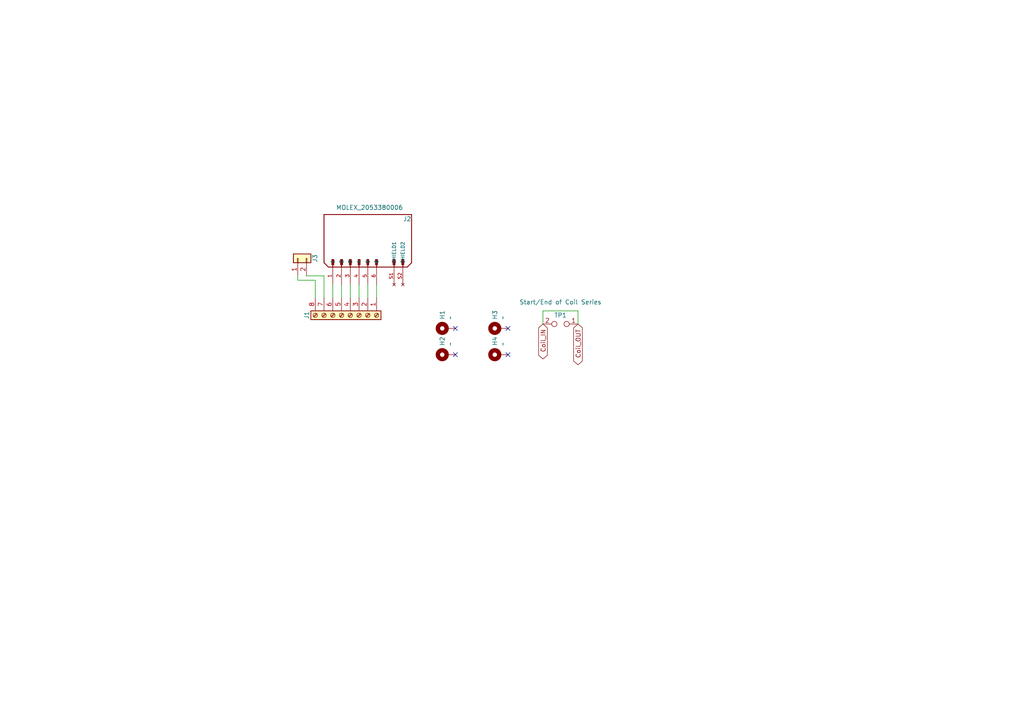
<source format=kicad_sch>
(kicad_sch (version 20211123) (generator eeschema)
  (paper "A4")
  (lib_symbols
    (symbol "Connector:Screw_Terminal_01x08" (pin_names (offset 1.016) hide)
      (property "Reference" "J" (at 0 10.16 0))
      (property "Value" "Screw_Terminal_01x08" (at 0 -12.7 0))
      (symbol "Screw_Terminal_01x08_1_1"
        (rectangle (start -1.27 8.89) (end 1.27 -11.43) (stroke (width 0.254)) (fill (type background)))
        (circle (center 0 -10.16) (radius 0.635) (stroke (width 0.1524)))
        (circle (center 0 -7.62) (radius 0.635) (stroke (width 0.1524)))
        (circle (center 0 -5.08) (radius 0.635) (stroke (width 0.1524)))
        (circle (center 0 -2.54) (radius 0.635) (stroke (width 0.1524)))
        (polyline (pts (xy -0.5334 -9.8298) (xy 0.3302 -10.668)) (stroke (width 0.1524)))
        (polyline (pts (xy -0.5334 -7.2898) (xy 0.3302 -8.128)) (stroke (width 0.1524)))
        (polyline (pts (xy -0.5334 -4.7498) (xy 0.3302 -5.588)) (stroke (width 0.1524)))
        (polyline (pts (xy -0.5334 -2.2098) (xy 0.3302 -3.048)) (stroke (width 0.1524)))
        (polyline (pts (xy -0.5334 0.3302) (xy 0.3302 -0.508)) (stroke (width 0.1524)))
        (polyline (pts (xy -0.5334 2.8702) (xy 0.3302 2.032)) (stroke (width 0.1524)))
        (polyline (pts (xy -0.5334 5.4102) (xy 0.3302 4.572)) (stroke (width 0.1524)))
        (polyline (pts (xy -0.5334 7.9502) (xy 0.3302 7.112)) (stroke (width 0.1524)))
        (polyline (pts (xy -0.3556 -9.652) (xy 0.508 -10.4902)) (stroke (width 0.1524)))
        (polyline (pts (xy -0.3556 -7.112) (xy 0.508 -7.9502)) (stroke (width 0.1524)))
        (polyline (pts (xy -0.3556 -4.572) (xy 0.508 -5.4102)) (stroke (width 0.1524)))
        (polyline (pts (xy -0.3556 -2.032) (xy 0.508 -2.8702)) (stroke (width 0.1524)))
        (polyline (pts (xy -0.3556 0.508) (xy 0.508 -0.3302)) (stroke (width 0.1524)))
        (polyline (pts (xy -0.3556 3.048) (xy 0.508 2.2098)) (stroke (width 0.1524)))
        (polyline (pts (xy -0.3556 5.588) (xy 0.508 4.7498)) (stroke (width 0.1524)))
        (polyline (pts (xy -0.3556 8.128) (xy 0.508 7.2898)) (stroke (width 0.1524)))
        (circle (center 0 0) (radius 0.635) (stroke (width 0.1524)))
        (circle (center 0 2.54) (radius 0.635) (stroke (width 0.1524)))
        (circle (center 0 5.08) (radius 0.635) (stroke (width 0.1524)))
        (circle (center 0 7.62) (radius 0.635) (stroke (width 0.1524)))
        (pin passive line (at -5.08 7.62 0) (length 3.81) (name "Pin_1") (number "1"))
        (pin passive line (at -5.08 5.08 0) (length 3.81) (name "Pin_2") (number "2"))
        (pin passive line (at -5.08 2.54 0) (length 3.81) (name "Pin_3") (number "3"))
        (pin passive line (at -5.08 0 0) (length 3.81) (name "Pin_4") (number "4"))
        (pin passive line (at -5.08 -2.54 0) (length 3.81) (name "Pin_5") (number "5"))
        (pin passive line (at -5.08 -5.08 0) (length 3.81) (name "Pin_6") (number "6"))
        (pin passive line (at -5.08 -7.62 0) (length 3.81) (name "Pin_7") (number "7"))
        (pin passive line (at -5.08 -10.16 0) (length 3.81) (name "Pin_8") (number "8"))
      )
    )
    (symbol "Connector:TestPoint_2Pole" (pin_names (offset 0.762) hide)
      (property "Reference" "TP" (at 0 1.524 0))
      (property "Value" "TestPoint_2Pole" (at 0 -1.778 0))
      (symbol "TestPoint_2Pole_0_1"
        (circle (center -1.778 0) (radius 0.762))
        (circle (center 1.778 0) (radius 0.762))
        (pin passive line (at -5.08 0 0) (length 2.54) (name "1") (number "1"))
        (pin passive line (at 5.08 0 180) (length 2.54) (name "2") (number "2"))
      )
    )
    (symbol "Connector_Generic:Conn_01x02" (pin_names (offset 1.016) hide)
      (property "Reference" "J" (at 0 2.54 0))
      (property "Value" "Conn_01x02" (at 0 -5.08 0))
      (symbol "Conn_01x02_1_1"
        (rectangle (start -1.27 -2.413) (end 0 -2.667) (stroke (width 0.1524)))
        (rectangle (start -1.27 0.127) (end 0 -0.127) (stroke (width 0.1524)))
        (rectangle (start -1.27 1.27) (end 1.27 -3.81) (stroke (width 0.254)) (fill (type background)))
        (pin passive line (at -5.08 0 0) (length 3.81) (name "Pin_1") (number "1"))
        (pin passive line (at -5.08 -2.54 0) (length 3.81) (name "Pin_2") (number "2"))
      )
    )
    (symbol "Mechanical:MountingHole_Pad" (pin_numbers hide) (pin_names (offset 1.016) hide)
      (property "Reference" "H" (at 0 6.35 0))
      (property "Value" "MountingHole_Pad" (at 0 4.445 0))
      (symbol "MountingHole_Pad_0_1"
        (circle (center 0 1.27) (radius 1.27) (stroke (width 1.27)))
      )
      (symbol "MountingHole_Pad_1_1"
        (pin input line (at 0 -2.54 90) (length 2.54) (name "1") (number "1"))
      )
    )
    (symbol "solar-panel-side-X-plus-rescue:2053380006-sapling" (pin_names (offset 1.016))
      (property "Reference" "J" (at -7.62 13.97 0))
      (property "Value" "2053380006-sapling" (at -7.62 -15.24 0))
      (symbol "2053380006-sapling_0_0"
        (rectangle (start -6.985 -10.4648) (end -5.3848 -9.8298) (fill (type outline)))
        (rectangle (start -6.985 -7.9248) (end -5.3848 -7.2898) (fill (type outline)))
        (rectangle (start -6.985 -2.8448) (end -5.3848 -2.2098) (fill (type outline)))
        (rectangle (start -6.985 -0.3048) (end -5.3848 0.3048) (fill (type outline)))
        (rectangle (start -6.985 2.2098) (end -5.3848 2.8448) (fill (type outline)))
        (rectangle (start -6.985 4.7498) (end -5.3848 5.3848) (fill (type outline)))
        (rectangle (start -6.985 7.2898) (end -5.3848 7.9248) (fill (type outline)))
        (rectangle (start -6.985 9.8298) (end -5.3848 10.4648) (fill (type outline)))
        (polyline (pts (xy -7.62 -11.43) (xy -6.35 -12.7)) (stroke (width 0.254)))
        (polyline (pts (xy -7.62 -10.16) (xy -5.715 -10.16)) (stroke (width 0.254)))
        (polyline (pts (xy -7.62 -7.62) (xy -5.715 -7.62)) (stroke (width 0.254)))
        (polyline (pts (xy -7.62 -2.54) (xy -7.62 -11.43)) (stroke (width 0.254)))
        (polyline (pts (xy -7.62 -2.54) (xy -5.715 -2.54)) (stroke (width 0.254)))
        (polyline (pts (xy -7.62 0) (xy -7.62 -2.54)) (stroke (width 0.254)))
        (polyline (pts (xy -7.62 0) (xy -5.715 0)) (stroke (width 0.254)))
        (polyline (pts (xy -7.62 2.54) (xy -7.62 0)) (stroke (width 0.254)))
        (polyline (pts (xy -7.62 2.54) (xy -5.715 2.54)) (stroke (width 0.254)))
        (polyline (pts (xy -7.62 5.08) (xy -7.62 2.54)) (stroke (width 0.254)))
        (polyline (pts (xy -7.62 5.08) (xy -5.715 5.08)) (stroke (width 0.254)))
        (polyline (pts (xy -7.62 7.62) (xy -5.715 7.62)) (stroke (width 0.254)))
        (polyline (pts (xy -7.62 10.16) (xy -5.715 10.16)) (stroke (width 0.254)))
        (polyline (pts (xy -7.62 11.43) (xy -7.62 5.08)) (stroke (width 0.254)))
        (polyline (pts (xy -7.62 11.43) (xy -6.35 12.7)) (stroke (width 0.254)))
        (polyline (pts (xy -6.35 -12.7) (xy 7.62 -12.7)) (stroke (width 0.254)))
        (polyline (pts (xy 7.62 -12.7) (xy 7.62 12.7)) (stroke (width 0.254)))
        (polyline (pts (xy 7.62 12.7) (xy -6.35 12.7)) (stroke (width 0.254)))
        (pin passive line (at -12.7 10.16 0) (length 5.08) (name "1") (number "1"))
        (pin passive line (at -12.7 7.62 0) (length 5.08) (name "2") (number "2"))
        (pin passive line (at -12.7 5.08 0) (length 5.08) (name "3") (number "3"))
        (pin passive line (at -12.7 2.54 0) (length 5.08) (name "4") (number "4"))
        (pin passive line (at -12.7 0 0) (length 5.08) (name "5") (number "5"))
        (pin passive line (at -12.7 -2.54 0) (length 5.08) (name "6") (number "6"))
        (pin no_connect line (at -12.7 -7.62 0) (length 5.08) (name "SHIELD1") (number "S1"))
        (pin no_connect line (at -12.7 -10.16 0) (length 5.08) (name "SHIELD2") (number "S2"))
      )
    )
  )
  (no_connect (at 147.32 102.87))
  (no_connect (at 132.08 95.25))
  (no_connect (at 147.32 95.25))
  (no_connect (at 132.08 102.87))
  (wire (pts (xy 157.48 93.98) (xy 157.48 90.17)))
  (wire (pts (xy 104.14 82.55) (xy 104.14 86.36)))
  (wire (pts (xy 91.44 81.28) (xy 86.36 81.28)))
  (wire (pts (xy 96.52 82.55) (xy 96.52 86.36)))
  (wire (pts (xy 167.64 90.17) (xy 167.64 93.98)))
  (wire (pts (xy 93.98 86.36) (xy 93.98 80.01)))
  (wire (pts (xy 91.44 86.36) (xy 91.44 81.28)))
  (wire (pts (xy 157.48 90.17) (xy 167.64 90.17)))
  (wire (pts (xy 86.36 81.28) (xy 86.36 80.01)))
  (wire (pts (xy 88.9 80.01) (xy 93.98 80.01)))
  (wire (pts (xy 106.68 82.55) (xy 106.68 86.36)))
  (wire (pts (xy 101.6 82.55) (xy 101.6 86.36)))
  (wire (pts (xy 99.06 82.55) (xy 99.06 86.36)))
  (wire (pts (xy 109.22 82.55) (xy 109.22 86.36)))
  (global_label "Coil_IN" (shape bidirectional) (at 157.48 93.98 270) (property "Intersheet References" "${INTERSHEET_REFS}" (effects hide)))
  (global_label "Coil_OUT" (shape bidirectional) (at 167.64 93.98 270) (property "Intersheet References" "${INTERSHEET_REFS}" (effects hide)))
  (symbol (lib_id "Mechanical:MountingHole_Pad") (at 144.78 102.87 90) (unit 1)
    (property "Reference" "H4" (at 143.5354 100.33 0) (effects (justify left)))
    (property "Value" "~" (at 145.8468 100.33 0) (effects (justify left)))
    (property "Footprint" "MountingHole:MountingHole_2.2mm_M2_DIN965_Pad_TopBottom" (effects hide))
  )
  (symbol (lib_id "Mechanical:MountingHole_Pad") (at 144.78 95.25 90) (unit 1)
    (property "Reference" "H3" (at 143.5354 92.71 0) (effects (justify left)))
    (property "Value" "~" (at 145.8468 92.71 0) (effects (justify left)))
    (property "Footprint" "MountingHole:MountingHole_2.2mm_M2_DIN965_Pad_TopBottom" (effects hide))
  )
  (symbol (lib_id "Connector:TestPoint_2Pole") (at 162.56 93.98 180) (unit 1)
    (property "Reference" "TP1" (at 162.56 91.44 0))
    (property "Value" "Start/End of Coil Series" (at 162.56 87.63 0))
    (property "Footprint" "panels:TestPointConnection" (effects hide))
  )
  (symbol (lib_id "solar-panel-side-X-plus-rescue:2053380006-sapling") (at 106.68 69.85 90) (unit 1)
    (property "Reference" "J2" (at 118.11 63.5 90))
    (property "Value" "MOLEX_2053380006" (at 107.188 60.198 90))
    (property "Footprint" "panels:MOLEX_2053380006" (effects hide))
    (property "Datasheet" "https://www.molex.com/webdocs/datasheets/pdf/en-us/2053380006_PCB_HEADERS.pdf" (effects hide))
  )
  (symbol (lib_id "Mechanical:MountingHole_Pad") (at 129.54 102.87 90) (unit 1)
    (property "Reference" "H2" (at 128.2954 100.33 0) (effects (justify left)))
    (property "Value" "~" (at 130.6068 100.33 0) (effects (justify left)))
    (property "Footprint" "MountingHole:MountingHole_2.2mm_M2_DIN965_Pad_TopBottom" (effects hide))
  )
  (symbol (lib_id "Connector:Screw_Terminal_01x08") (at 101.6 91.44 270) (unit 1)
    (property "Reference" "J1" (at 89.0072 91.44 0))
    (property "Value" "Screw_Terminal_01x08" (effects hide))
    (property "Footprint" "Connector_PinHeader_2.54mm:PinHeader_1x08_P2.54mm_Vertical" (effects hide))
  )
  (symbol (lib_id "Connector_Generic:Conn_01x02") (at 86.36 74.93 90) (unit 1)
    (property "Reference" "J3" (at 91.3328 74.93 0))
    (property "Value" "Conn_01x02" (effects hide))
    (property "Footprint" "panels:2053380002" (effects hide))
  )
  (symbol (lib_id "Mechanical:MountingHole_Pad") (at 129.54 95.25 90) (unit 1)
    (property "Reference" "H1" (at 128.2954 92.71 0) (effects (justify left)))
    (property "Value" "~" (at 130.6068 92.71 0) (effects (justify left)))
    (property "Footprint" "MountingHole:MountingHole_2.2mm_M2_DIN965_Pad_TopBottom" (effects hide))
  )
)
</source>
